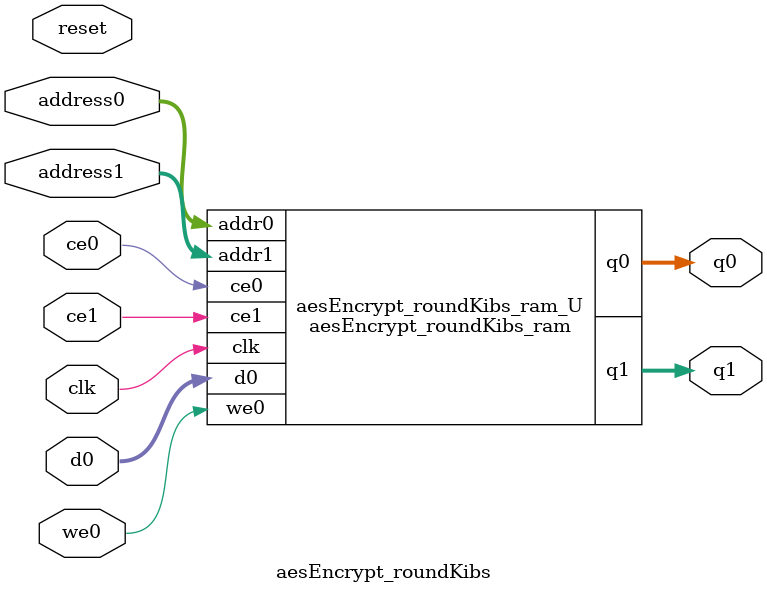
<source format=v>

`timescale 1 ns / 1 ps
module aesEncrypt_roundKibs_ram (addr0, ce0, d0, we0, q0, addr1, ce1, q1,  clk);

parameter DWIDTH = 8;
parameter AWIDTH = 4;
parameter MEM_SIZE = 16;

input[AWIDTH-1:0] addr0;
input ce0;
input[DWIDTH-1:0] d0;
input we0;
output reg[DWIDTH-1:0] q0;
input[AWIDTH-1:0] addr1;
input ce1;
output reg[DWIDTH-1:0] q1;
input clk;

(* ram_style = "distributed" *)reg [DWIDTH-1:0] ram[0:MEM_SIZE-1];




always @(posedge clk)  
begin 
    if (ce0) 
    begin
        if (we0) 
        begin 
            ram[addr0] <= d0; 
            q0 <= d0;
        end 
        else 
            q0 <= ram[addr0];
    end
end


always @(posedge clk)  
begin 
    if (ce1) 
    begin
            q1 <= ram[addr1];
    end
end


endmodule


`timescale 1 ns / 1 ps
module aesEncrypt_roundKibs(
    reset,
    clk,
    address0,
    ce0,
    we0,
    d0,
    q0,
    address1,
    ce1,
    q1);

parameter DataWidth = 32'd8;
parameter AddressRange = 32'd16;
parameter AddressWidth = 32'd4;
input reset;
input clk;
input[AddressWidth - 1:0] address0;
input ce0;
input we0;
input[DataWidth - 1:0] d0;
output[DataWidth - 1:0] q0;
input[AddressWidth - 1:0] address1;
input ce1;
output[DataWidth - 1:0] q1;



aesEncrypt_roundKibs_ram aesEncrypt_roundKibs_ram_U(
    .clk( clk ),
    .addr0( address0 ),
    .ce0( ce0 ),
    .d0( d0 ),
    .we0( we0 ),
    .q0( q0 ),
    .addr1( address1 ),
    .ce1( ce1 ),
    .q1( q1 ));

endmodule


</source>
